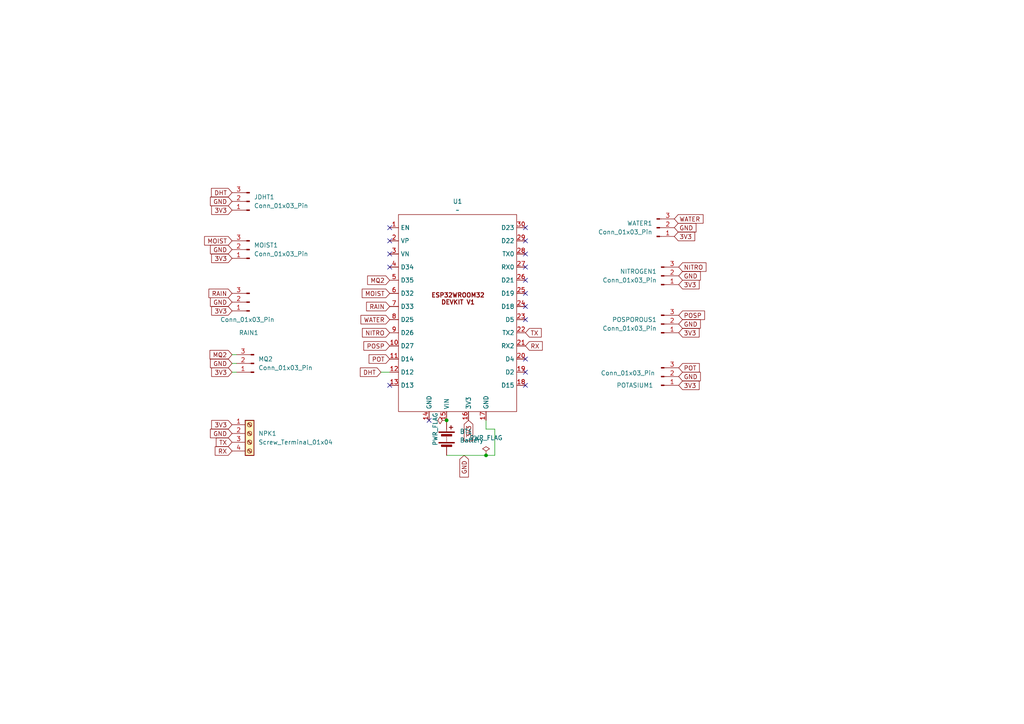
<source format=kicad_sch>
(kicad_sch
	(version 20231120)
	(generator "eeschema")
	(generator_version "8.0")
	(uuid "25960551-80cd-4e56-af4d-5e95d4600d79")
	(paper "A4")
	(lib_symbols
		(symbol "Connector:Conn_01x03_Pin"
			(pin_names
				(offset 1.016) hide)
			(exclude_from_sim no)
			(in_bom yes)
			(on_board yes)
			(property "Reference" "J"
				(at 0 5.08 0)
				(effects
					(font
						(size 1.27 1.27)
					)
				)
			)
			(property "Value" "Conn_01x03_Pin"
				(at 0 -5.08 0)
				(effects
					(font
						(size 1.27 1.27)
					)
				)
			)
			(property "Footprint" ""
				(at 0 0 0)
				(effects
					(font
						(size 1.27 1.27)
					)
					(hide yes)
				)
			)
			(property "Datasheet" "~"
				(at 0 0 0)
				(effects
					(font
						(size 1.27 1.27)
					)
					(hide yes)
				)
			)
			(property "Description" "Generic connector, single row, 01x03, script generated"
				(at 0 0 0)
				(effects
					(font
						(size 1.27 1.27)
					)
					(hide yes)
				)
			)
			(property "ki_locked" ""
				(at 0 0 0)
				(effects
					(font
						(size 1.27 1.27)
					)
				)
			)
			(property "ki_keywords" "connector"
				(at 0 0 0)
				(effects
					(font
						(size 1.27 1.27)
					)
					(hide yes)
				)
			)
			(property "ki_fp_filters" "Connector*:*_1x??_*"
				(at 0 0 0)
				(effects
					(font
						(size 1.27 1.27)
					)
					(hide yes)
				)
			)
			(symbol "Conn_01x03_Pin_1_1"
				(polyline
					(pts
						(xy 1.27 -2.54) (xy 0.8636 -2.54)
					)
					(stroke
						(width 0.1524)
						(type default)
					)
					(fill
						(type none)
					)
				)
				(polyline
					(pts
						(xy 1.27 0) (xy 0.8636 0)
					)
					(stroke
						(width 0.1524)
						(type default)
					)
					(fill
						(type none)
					)
				)
				(polyline
					(pts
						(xy 1.27 2.54) (xy 0.8636 2.54)
					)
					(stroke
						(width 0.1524)
						(type default)
					)
					(fill
						(type none)
					)
				)
				(rectangle
					(start 0.8636 -2.413)
					(end 0 -2.667)
					(stroke
						(width 0.1524)
						(type default)
					)
					(fill
						(type outline)
					)
				)
				(rectangle
					(start 0.8636 0.127)
					(end 0 -0.127)
					(stroke
						(width 0.1524)
						(type default)
					)
					(fill
						(type outline)
					)
				)
				(rectangle
					(start 0.8636 2.667)
					(end 0 2.413)
					(stroke
						(width 0.1524)
						(type default)
					)
					(fill
						(type outline)
					)
				)
				(pin passive line
					(at 5.08 2.54 180)
					(length 3.81)
					(name "Pin_1"
						(effects
							(font
								(size 1.27 1.27)
							)
						)
					)
					(number "1"
						(effects
							(font
								(size 1.27 1.27)
							)
						)
					)
				)
				(pin passive line
					(at 5.08 0 180)
					(length 3.81)
					(name "Pin_2"
						(effects
							(font
								(size 1.27 1.27)
							)
						)
					)
					(number "2"
						(effects
							(font
								(size 1.27 1.27)
							)
						)
					)
				)
				(pin passive line
					(at 5.08 -2.54 180)
					(length 3.81)
					(name "Pin_3"
						(effects
							(font
								(size 1.27 1.27)
							)
						)
					)
					(number "3"
						(effects
							(font
								(size 1.27 1.27)
							)
						)
					)
				)
			)
		)
		(symbol "Connector:Screw_Terminal_01x04"
			(pin_names
				(offset 1.016) hide)
			(exclude_from_sim no)
			(in_bom yes)
			(on_board yes)
			(property "Reference" "J"
				(at 0 5.08 0)
				(effects
					(font
						(size 1.27 1.27)
					)
				)
			)
			(property "Value" "Screw_Terminal_01x04"
				(at 0 -7.62 0)
				(effects
					(font
						(size 1.27 1.27)
					)
				)
			)
			(property "Footprint" ""
				(at 0 0 0)
				(effects
					(font
						(size 1.27 1.27)
					)
					(hide yes)
				)
			)
			(property "Datasheet" "~"
				(at 0 0 0)
				(effects
					(font
						(size 1.27 1.27)
					)
					(hide yes)
				)
			)
			(property "Description" "Generic screw terminal, single row, 01x04, script generated (kicad-library-utils/schlib/autogen/connector/)"
				(at 0 0 0)
				(effects
					(font
						(size 1.27 1.27)
					)
					(hide yes)
				)
			)
			(property "ki_keywords" "screw terminal"
				(at 0 0 0)
				(effects
					(font
						(size 1.27 1.27)
					)
					(hide yes)
				)
			)
			(property "ki_fp_filters" "TerminalBlock*:*"
				(at 0 0 0)
				(effects
					(font
						(size 1.27 1.27)
					)
					(hide yes)
				)
			)
			(symbol "Screw_Terminal_01x04_1_1"
				(rectangle
					(start -1.27 3.81)
					(end 1.27 -6.35)
					(stroke
						(width 0.254)
						(type default)
					)
					(fill
						(type background)
					)
				)
				(circle
					(center 0 -5.08)
					(radius 0.635)
					(stroke
						(width 0.1524)
						(type default)
					)
					(fill
						(type none)
					)
				)
				(circle
					(center 0 -2.54)
					(radius 0.635)
					(stroke
						(width 0.1524)
						(type default)
					)
					(fill
						(type none)
					)
				)
				(polyline
					(pts
						(xy -0.5334 -4.7498) (xy 0.3302 -5.588)
					)
					(stroke
						(width 0.1524)
						(type default)
					)
					(fill
						(type none)
					)
				)
				(polyline
					(pts
						(xy -0.5334 -2.2098) (xy 0.3302 -3.048)
					)
					(stroke
						(width 0.1524)
						(type default)
					)
					(fill
						(type none)
					)
				)
				(polyline
					(pts
						(xy -0.5334 0.3302) (xy 0.3302 -0.508)
					)
					(stroke
						(width 0.1524)
						(type default)
					)
					(fill
						(type none)
					)
				)
				(polyline
					(pts
						(xy -0.5334 2.8702) (xy 0.3302 2.032)
					)
					(stroke
						(width 0.1524)
						(type default)
					)
					(fill
						(type none)
					)
				)
				(polyline
					(pts
						(xy -0.3556 -4.572) (xy 0.508 -5.4102)
					)
					(stroke
						(width 0.1524)
						(type default)
					)
					(fill
						(type none)
					)
				)
				(polyline
					(pts
						(xy -0.3556 -2.032) (xy 0.508 -2.8702)
					)
					(stroke
						(width 0.1524)
						(type default)
					)
					(fill
						(type none)
					)
				)
				(polyline
					(pts
						(xy -0.3556 0.508) (xy 0.508 -0.3302)
					)
					(stroke
						(width 0.1524)
						(type default)
					)
					(fill
						(type none)
					)
				)
				(polyline
					(pts
						(xy -0.3556 3.048) (xy 0.508 2.2098)
					)
					(stroke
						(width 0.1524)
						(type default)
					)
					(fill
						(type none)
					)
				)
				(circle
					(center 0 0)
					(radius 0.635)
					(stroke
						(width 0.1524)
						(type default)
					)
					(fill
						(type none)
					)
				)
				(circle
					(center 0 2.54)
					(radius 0.635)
					(stroke
						(width 0.1524)
						(type default)
					)
					(fill
						(type none)
					)
				)
				(pin passive line
					(at -5.08 2.54 0)
					(length 3.81)
					(name "Pin_1"
						(effects
							(font
								(size 1.27 1.27)
							)
						)
					)
					(number "1"
						(effects
							(font
								(size 1.27 1.27)
							)
						)
					)
				)
				(pin passive line
					(at -5.08 0 0)
					(length 3.81)
					(name "Pin_2"
						(effects
							(font
								(size 1.27 1.27)
							)
						)
					)
					(number "2"
						(effects
							(font
								(size 1.27 1.27)
							)
						)
					)
				)
				(pin passive line
					(at -5.08 -2.54 0)
					(length 3.81)
					(name "Pin_3"
						(effects
							(font
								(size 1.27 1.27)
							)
						)
					)
					(number "3"
						(effects
							(font
								(size 1.27 1.27)
							)
						)
					)
				)
				(pin passive line
					(at -5.08 -5.08 0)
					(length 3.81)
					(name "Pin_4"
						(effects
							(font
								(size 1.27 1.27)
							)
						)
					)
					(number "4"
						(effects
							(font
								(size 1.27 1.27)
							)
						)
					)
				)
			)
		)
		(symbol "Device:Battery"
			(pin_numbers hide)
			(pin_names
				(offset 0) hide)
			(exclude_from_sim no)
			(in_bom yes)
			(on_board yes)
			(property "Reference" "BT"
				(at 2.54 2.54 0)
				(effects
					(font
						(size 1.27 1.27)
					)
					(justify left)
				)
			)
			(property "Value" "Battery"
				(at 2.54 0 0)
				(effects
					(font
						(size 1.27 1.27)
					)
					(justify left)
				)
			)
			(property "Footprint" ""
				(at 0 1.524 90)
				(effects
					(font
						(size 1.27 1.27)
					)
					(hide yes)
				)
			)
			(property "Datasheet" "~"
				(at 0 1.524 90)
				(effects
					(font
						(size 1.27 1.27)
					)
					(hide yes)
				)
			)
			(property "Description" "Multiple-cell battery"
				(at 0 0 0)
				(effects
					(font
						(size 1.27 1.27)
					)
					(hide yes)
				)
			)
			(property "ki_keywords" "batt voltage-source cell"
				(at 0 0 0)
				(effects
					(font
						(size 1.27 1.27)
					)
					(hide yes)
				)
			)
			(symbol "Battery_0_1"
				(rectangle
					(start -2.286 -1.27)
					(end 2.286 -1.524)
					(stroke
						(width 0)
						(type default)
					)
					(fill
						(type outline)
					)
				)
				(rectangle
					(start -2.286 1.778)
					(end 2.286 1.524)
					(stroke
						(width 0)
						(type default)
					)
					(fill
						(type outline)
					)
				)
				(rectangle
					(start -1.524 -2.032)
					(end 1.524 -2.54)
					(stroke
						(width 0)
						(type default)
					)
					(fill
						(type outline)
					)
				)
				(rectangle
					(start -1.524 1.016)
					(end 1.524 0.508)
					(stroke
						(width 0)
						(type default)
					)
					(fill
						(type outline)
					)
				)
				(polyline
					(pts
						(xy 0 -1.016) (xy 0 -0.762)
					)
					(stroke
						(width 0)
						(type default)
					)
					(fill
						(type none)
					)
				)
				(polyline
					(pts
						(xy 0 -0.508) (xy 0 -0.254)
					)
					(stroke
						(width 0)
						(type default)
					)
					(fill
						(type none)
					)
				)
				(polyline
					(pts
						(xy 0 0) (xy 0 0.254)
					)
					(stroke
						(width 0)
						(type default)
					)
					(fill
						(type none)
					)
				)
				(polyline
					(pts
						(xy 0 1.778) (xy 0 2.54)
					)
					(stroke
						(width 0)
						(type default)
					)
					(fill
						(type none)
					)
				)
				(polyline
					(pts
						(xy 0.762 3.048) (xy 1.778 3.048)
					)
					(stroke
						(width 0.254)
						(type default)
					)
					(fill
						(type none)
					)
				)
				(polyline
					(pts
						(xy 1.27 3.556) (xy 1.27 2.54)
					)
					(stroke
						(width 0.254)
						(type default)
					)
					(fill
						(type none)
					)
				)
			)
			(symbol "Battery_1_1"
				(pin passive line
					(at 0 5.08 270)
					(length 2.54)
					(name "+"
						(effects
							(font
								(size 1.27 1.27)
							)
						)
					)
					(number "1"
						(effects
							(font
								(size 1.27 1.27)
							)
						)
					)
				)
				(pin passive line
					(at 0 -5.08 90)
					(length 2.54)
					(name "-"
						(effects
							(font
								(size 1.27 1.27)
							)
						)
					)
					(number "2"
						(effects
							(font
								(size 1.27 1.27)
							)
						)
					)
				)
			)
		)
		(symbol "ESP32_DEVKITV1:ESP32_DEVKITV1"
			(pin_names
				(offset 0.635)
			)
			(exclude_from_sim no)
			(in_bom yes)
			(on_board yes)
			(property "Reference" "U"
				(at 1.524 29.972 0)
				(effects
					(font
						(size 1.27 1.27)
					)
				)
			)
			(property "Value" ""
				(at 1.27 10.16 0)
				(effects
					(font
						(size 1.27 1.27)
					)
				)
			)
			(property "Footprint" "ESP32-footprints-Lib:ESP32DEVKITV1"
				(at 1.27 10.16 0)
				(effects
					(font
						(size 1.27 1.27)
					)
					(hide yes)
				)
			)
			(property "Datasheet" ""
				(at 1.27 10.16 0)
				(effects
					(font
						(size 1.27 1.27)
					)
					(hide yes)
				)
			)
			(property "Description" ""
				(at 1.27 10.16 0)
				(effects
					(font
						(size 1.27 1.27)
					)
					(hide yes)
				)
			)
			(property "ki_keywords" "ESP32"
				(at 0 0 0)
				(effects
					(font
						(size 1.27 1.27)
					)
					(hide yes)
				)
			)
			(symbol "ESP32_DEVKITV1_0_1"
				(rectangle
					(start -15.24 33.02)
					(end 19.05 -24.13)
					(stroke
						(width 0)
						(type default)
					)
					(fill
						(type none)
					)
				)
			)
			(symbol "ESP32_DEVKITV1_1_1"
				(text "ESP32WROOM32\nDEVKIT V1"
					(at 2.032 8.636 0)
					(effects
						(font
							(size 1.27 1.27)
							(bold yes)
						)
					)
				)
				(pin input line
					(at -17.78 29.21 0)
					(length 2.54)
					(name "EN"
						(effects
							(font
								(size 1.27 1.27)
							)
						)
					)
					(number "1"
						(effects
							(font
								(size 1.27 1.27)
							)
						)
					)
				)
				(pin bidirectional line
					(at -17.78 -5.08 0)
					(length 2.54)
					(name "D27"
						(effects
							(font
								(size 1.27 1.27)
							)
						)
					)
					(number "10"
						(effects
							(font
								(size 1.27 1.27)
							)
						)
					)
				)
				(pin bidirectional line
					(at -17.78 -8.89 0)
					(length 2.54)
					(name "D14"
						(effects
							(font
								(size 1.27 1.27)
							)
						)
					)
					(number "11"
						(effects
							(font
								(size 1.27 1.27)
							)
						)
					)
				)
				(pin bidirectional line
					(at -17.78 -12.7 0)
					(length 2.54)
					(name "D12"
						(effects
							(font
								(size 1.27 1.27)
							)
						)
					)
					(number "12"
						(effects
							(font
								(size 1.27 1.27)
							)
						)
					)
				)
				(pin bidirectional line
					(at -17.78 -16.51 0)
					(length 2.54)
					(name "D13"
						(effects
							(font
								(size 1.27 1.27)
							)
						)
					)
					(number "13"
						(effects
							(font
								(size 1.27 1.27)
							)
						)
					)
				)
				(pin power_in line
					(at -6.35 -26.67 90)
					(length 2.54)
					(name "GND"
						(effects
							(font
								(size 1.27 1.27)
							)
						)
					)
					(number "14"
						(effects
							(font
								(size 1.27 1.27)
							)
						)
					)
				)
				(pin power_in line
					(at -1.27 -26.67 90)
					(length 2.54)
					(name "VIN"
						(effects
							(font
								(size 1.27 1.27)
							)
						)
					)
					(number "15"
						(effects
							(font
								(size 1.27 1.27)
							)
						)
					)
				)
				(pin power_out line
					(at 5.08 -26.67 90)
					(length 2.54)
					(name "3V3"
						(effects
							(font
								(size 1.27 1.27)
							)
						)
					)
					(number "16"
						(effects
							(font
								(size 1.27 1.27)
							)
						)
					)
				)
				(pin power_in line
					(at 10.16 -26.67 90)
					(length 2.54)
					(name "GND"
						(effects
							(font
								(size 1.27 1.27)
							)
						)
					)
					(number "17"
						(effects
							(font
								(size 1.27 1.27)
							)
						)
					)
				)
				(pin bidirectional line
					(at 21.59 -16.51 180)
					(length 2.54)
					(name "D15"
						(effects
							(font
								(size 1.27 1.27)
							)
						)
					)
					(number "18"
						(effects
							(font
								(size 1.27 1.27)
							)
						)
					)
				)
				(pin bidirectional line
					(at 21.59 -12.7 180)
					(length 2.54)
					(name "D2"
						(effects
							(font
								(size 1.27 1.27)
							)
						)
					)
					(number "19"
						(effects
							(font
								(size 1.27 1.27)
							)
						)
					)
				)
				(pin input line
					(at -17.78 25.4 0)
					(length 2.54)
					(name "VP"
						(effects
							(font
								(size 1.27 1.27)
							)
						)
					)
					(number "2"
						(effects
							(font
								(size 1.27 1.27)
							)
						)
					)
				)
				(pin bidirectional line
					(at 21.59 -8.89 180)
					(length 2.54)
					(name "D4"
						(effects
							(font
								(size 1.27 1.27)
							)
						)
					)
					(number "20"
						(effects
							(font
								(size 1.27 1.27)
							)
						)
					)
				)
				(pin input line
					(at 21.59 -5.08 180)
					(length 2.54)
					(name "RX2"
						(effects
							(font
								(size 1.27 1.27)
							)
						)
					)
					(number "21"
						(effects
							(font
								(size 1.27 1.27)
							)
						)
					)
				)
				(pin output line
					(at 21.59 -1.27 180)
					(length 2.54)
					(name "TX2"
						(effects
							(font
								(size 1.27 1.27)
							)
						)
					)
					(number "22"
						(effects
							(font
								(size 1.27 1.27)
							)
						)
					)
				)
				(pin bidirectional line
					(at 21.59 2.54 180)
					(length 2.54)
					(name "D5"
						(effects
							(font
								(size 1.27 1.27)
							)
						)
					)
					(number "23"
						(effects
							(font
								(size 1.27 1.27)
							)
						)
					)
				)
				(pin bidirectional line
					(at 21.59 6.35 180)
					(length 2.54)
					(name "D18"
						(effects
							(font
								(size 1.27 1.27)
							)
						)
					)
					(number "24"
						(effects
							(font
								(size 1.27 1.27)
							)
						)
					)
				)
				(pin bidirectional line
					(at 21.59 10.16 180)
					(length 2.54)
					(name "D19"
						(effects
							(font
								(size 1.27 1.27)
							)
						)
					)
					(number "25"
						(effects
							(font
								(size 1.27 1.27)
							)
						)
					)
				)
				(pin bidirectional line
					(at 21.59 13.97 180)
					(length 2.54)
					(name "D21"
						(effects
							(font
								(size 1.27 1.27)
							)
						)
					)
					(number "26"
						(effects
							(font
								(size 1.27 1.27)
							)
						)
					)
				)
				(pin input line
					(at 21.59 17.78 180)
					(length 2.54)
					(name "RX0"
						(effects
							(font
								(size 1.27 1.27)
							)
						)
					)
					(number "27"
						(effects
							(font
								(size 1.27 1.27)
							)
						)
					)
				)
				(pin output line
					(at 21.59 21.59 180)
					(length 2.54)
					(name "TX0"
						(effects
							(font
								(size 1.27 1.27)
							)
						)
					)
					(number "28"
						(effects
							(font
								(size 1.27 1.27)
							)
						)
					)
				)
				(pin bidirectional line
					(at 21.59 25.4 180)
					(length 2.54)
					(name "D22"
						(effects
							(font
								(size 1.27 1.27)
							)
						)
					)
					(number "29"
						(effects
							(font
								(size 1.27 1.27)
							)
						)
					)
				)
				(pin input line
					(at -17.78 21.59 0)
					(length 2.54)
					(name "VN"
						(effects
							(font
								(size 1.27 1.27)
							)
						)
					)
					(number "3"
						(effects
							(font
								(size 1.27 1.27)
							)
						)
					)
				)
				(pin bidirectional line
					(at 21.59 29.21 180)
					(length 2.54)
					(name "D23"
						(effects
							(font
								(size 1.27 1.27)
							)
						)
					)
					(number "30"
						(effects
							(font
								(size 1.27 1.27)
							)
						)
					)
				)
				(pin input line
					(at -17.78 17.78 0)
					(length 2.54)
					(name "D34"
						(effects
							(font
								(size 1.27 1.27)
							)
						)
					)
					(number "4"
						(effects
							(font
								(size 1.27 1.27)
							)
						)
					)
				)
				(pin input line
					(at -17.78 13.97 0)
					(length 2.54)
					(name "D35"
						(effects
							(font
								(size 1.27 1.27)
							)
						)
					)
					(number "5"
						(effects
							(font
								(size 1.27 1.27)
							)
						)
					)
				)
				(pin bidirectional line
					(at -17.78 10.16 0)
					(length 2.54)
					(name "D32"
						(effects
							(font
								(size 1.27 1.27)
							)
						)
					)
					(number "6"
						(effects
							(font
								(size 1.27 1.27)
							)
						)
					)
				)
				(pin bidirectional line
					(at -17.78 6.35 0)
					(length 2.54)
					(name "D33"
						(effects
							(font
								(size 1.27 1.27)
							)
						)
					)
					(number "7"
						(effects
							(font
								(size 1.27 1.27)
							)
						)
					)
				)
				(pin bidirectional line
					(at -17.78 2.54 0)
					(length 2.54)
					(name "D25"
						(effects
							(font
								(size 1.27 1.27)
							)
						)
					)
					(number "8"
						(effects
							(font
								(size 1.27 1.27)
							)
						)
					)
				)
				(pin bidirectional line
					(at -17.78 -1.27 0)
					(length 2.54)
					(name "D26"
						(effects
							(font
								(size 1.27 1.27)
							)
						)
					)
					(number "9"
						(effects
							(font
								(size 1.27 1.27)
							)
						)
					)
				)
			)
		)
		(symbol "power:PWR_FLAG"
			(power)
			(pin_numbers hide)
			(pin_names
				(offset 0) hide)
			(exclude_from_sim no)
			(in_bom yes)
			(on_board yes)
			(property "Reference" "#FLG"
				(at 0 1.905 0)
				(effects
					(font
						(size 1.27 1.27)
					)
					(hide yes)
				)
			)
			(property "Value" "PWR_FLAG"
				(at 0 3.81 0)
				(effects
					(font
						(size 1.27 1.27)
					)
				)
			)
			(property "Footprint" ""
				(at 0 0 0)
				(effects
					(font
						(size 1.27 1.27)
					)
					(hide yes)
				)
			)
			(property "Datasheet" "~"
				(at 0 0 0)
				(effects
					(font
						(size 1.27 1.27)
					)
					(hide yes)
				)
			)
			(property "Description" "Special symbol for telling ERC where power comes from"
				(at 0 0 0)
				(effects
					(font
						(size 1.27 1.27)
					)
					(hide yes)
				)
			)
			(property "ki_keywords" "flag power"
				(at 0 0 0)
				(effects
					(font
						(size 1.27 1.27)
					)
					(hide yes)
				)
			)
			(symbol "PWR_FLAG_0_0"
				(pin power_out line
					(at 0 0 90)
					(length 0)
					(name "~"
						(effects
							(font
								(size 1.27 1.27)
							)
						)
					)
					(number "1"
						(effects
							(font
								(size 1.27 1.27)
							)
						)
					)
				)
			)
			(symbol "PWR_FLAG_0_1"
				(polyline
					(pts
						(xy 0 0) (xy 0 1.27) (xy -1.016 1.905) (xy 0 2.54) (xy 1.016 1.905) (xy 0 1.27)
					)
					(stroke
						(width 0)
						(type default)
					)
					(fill
						(type none)
					)
				)
			)
		)
	)
	(junction
		(at 129.54 121.92)
		(diameter 0)
		(color 0 0 0 0)
		(uuid "1f738e26-1e44-4b0c-a961-ed5f669c785d")
	)
	(junction
		(at 140.97 132.08)
		(diameter 0)
		(color 0 0 0 0)
		(uuid "b4b1a19d-29ce-4102-8419-052be0debced")
	)
	(no_connect
		(at 113.03 69.85)
		(uuid "07064138-c0af-4ddc-92e2-a11734f59b27")
	)
	(no_connect
		(at 152.4 88.9)
		(uuid "31511c31-a656-4c01-8533-832314c92a98")
	)
	(no_connect
		(at 152.4 104.14)
		(uuid "36b58969-dc0a-4e9b-9a3c-f9233022371a")
	)
	(no_connect
		(at 113.03 77.47)
		(uuid "4b817a7e-4d33-48c1-8221-0af5ad35a78d")
	)
	(no_connect
		(at 152.4 85.09)
		(uuid "53f0cb51-11ee-4211-8dde-79372f7bc9d3")
	)
	(no_connect
		(at 152.4 81.28)
		(uuid "667d2136-4f61-4c17-8267-40378484fc9f")
	)
	(no_connect
		(at 152.4 111.76)
		(uuid "6aad3651-b25d-4ccd-bf10-d3a42feb6721")
	)
	(no_connect
		(at 113.03 73.66)
		(uuid "7e9f9a82-5788-46f5-b20e-f0d2d0f7e6fa")
	)
	(no_connect
		(at 152.4 92.71)
		(uuid "aeed06cd-d872-43fc-b674-32c4b20f6d2a")
	)
	(no_connect
		(at 113.03 111.76)
		(uuid "b9ff2bef-2d5f-4cc5-87cf-d9a3f105c3e7")
	)
	(no_connect
		(at 152.4 77.47)
		(uuid "c0b0bdc7-4e7a-437e-ad4c-2d9f8f01facf")
	)
	(no_connect
		(at 152.4 69.85)
		(uuid "cecb12ef-d472-4a46-9919-ecabf220ddf2")
	)
	(no_connect
		(at 124.46 121.92)
		(uuid "cf932c93-74cf-4541-95ab-9abea7a22890")
	)
	(no_connect
		(at 152.4 73.66)
		(uuid "e747ae91-0e24-4fec-92df-42b2c5de2eae")
	)
	(no_connect
		(at 152.4 66.04)
		(uuid "ec8b9129-2d3d-40c4-bea6-6ffa496752a6")
	)
	(no_connect
		(at 152.4 107.95)
		(uuid "f6ec74a3-d88f-4041-8c73-b34e8fb46fb0")
	)
	(no_connect
		(at 113.03 66.04)
		(uuid "ff1754e1-c9e7-49b9-b113-d8fbcf2077db")
	)
	(wire
		(pts
			(xy 67.31 105.41) (xy 68.58 105.41)
		)
		(stroke
			(width 0)
			(type default)
		)
		(uuid "17a26ea1-4459-4561-abbd-551fecab551a")
	)
	(wire
		(pts
			(xy 143.51 132.08) (xy 143.51 124.46)
		)
		(stroke
			(width 0)
			(type default)
		)
		(uuid "18ac02cb-62ee-4c30-a66b-e581a6767aa1")
	)
	(wire
		(pts
			(xy 129.54 132.08) (xy 140.97 132.08)
		)
		(stroke
			(width 0)
			(type default)
		)
		(uuid "57fb8403-7cfb-4d32-b227-ffbd98d8cd86")
	)
	(wire
		(pts
			(xy 140.97 124.46) (xy 140.97 121.92)
		)
		(stroke
			(width 0)
			(type default)
		)
		(uuid "61f7e97d-c12c-4cec-9e63-c810075f4b2e")
	)
	(wire
		(pts
			(xy 140.97 132.08) (xy 143.51 132.08)
		)
		(stroke
			(width 0)
			(type default)
		)
		(uuid "71241fc7-76dd-4d92-a9e5-75304c1c7a3f")
	)
	(wire
		(pts
			(xy 68.58 102.87) (xy 67.31 102.87)
		)
		(stroke
			(width 0)
			(type default)
		)
		(uuid "744d99d7-5453-4832-bbbd-3cc94d97e496")
	)
	(wire
		(pts
			(xy 140.97 124.46) (xy 143.51 124.46)
		)
		(stroke
			(width 0)
			(type default)
		)
		(uuid "88da4e18-a97d-4f16-89b9-bb622d14b3ed")
	)
	(wire
		(pts
			(xy 110.49 107.95) (xy 113.03 107.95)
		)
		(stroke
			(width 0)
			(type default)
		)
		(uuid "8955c33f-2911-4c9d-83cc-d2c6bfea0b7c")
	)
	(wire
		(pts
			(xy 67.31 107.95) (xy 68.58 107.95)
		)
		(stroke
			(width 0)
			(type default)
		)
		(uuid "f2273799-5df8-4326-b98b-589f2e2425e5")
	)
	(global_label "GND"
		(shape input)
		(at 67.31 72.39 180)
		(fields_autoplaced yes)
		(effects
			(font
				(size 1.27 1.27)
			)
			(justify right)
		)
		(uuid "0017c45a-cff0-4d0b-a125-2d787459df70")
		(property "Intersheetrefs" "${INTERSHEET_REFS}"
			(at 60.4543 72.39 0)
			(effects
				(font
					(size 1.27 1.27)
				)
				(justify right)
				(hide yes)
			)
		)
	)
	(global_label "GND"
		(shape input)
		(at 196.85 80.01 0)
		(fields_autoplaced yes)
		(effects
			(font
				(size 1.27 1.27)
			)
			(justify left)
		)
		(uuid "01305cae-1df6-4401-bc24-81380aa368ba")
		(property "Intersheetrefs" "${INTERSHEET_REFS}"
			(at 203.7057 80.01 0)
			(effects
				(font
					(size 1.27 1.27)
				)
				(justify left)
				(hide yes)
			)
		)
	)
	(global_label "NITRO"
		(shape input)
		(at 196.85 77.47 0)
		(fields_autoplaced yes)
		(effects
			(font
				(size 1.27 1.27)
			)
			(justify left)
		)
		(uuid "0c81919e-9975-48d9-88e2-894aab3b97eb")
		(property "Intersheetrefs" "${INTERSHEET_REFS}"
			(at 205.3386 77.47 0)
			(effects
				(font
					(size 1.27 1.27)
				)
				(justify left)
				(hide yes)
			)
		)
	)
	(global_label "3V3"
		(shape input)
		(at 67.31 74.93 180)
		(fields_autoplaced yes)
		(effects
			(font
				(size 1.27 1.27)
			)
			(justify right)
		)
		(uuid "12f848b7-ae3b-4e7a-a383-672d3519e005")
		(property "Intersheetrefs" "${INTERSHEET_REFS}"
			(at 60.8172 74.93 0)
			(effects
				(font
					(size 1.27 1.27)
				)
				(justify right)
				(hide yes)
			)
		)
	)
	(global_label "WATER"
		(shape input)
		(at 113.03 92.71 180)
		(fields_autoplaced yes)
		(effects
			(font
				(size 1.27 1.27)
			)
			(justify right)
		)
		(uuid "1438e155-3a39-494d-a1f1-790f9070dab3")
		(property "Intersheetrefs" "${INTERSHEET_REFS}"
			(at 104.1182 92.71 0)
			(effects
				(font
					(size 1.27 1.27)
				)
				(justify right)
				(hide yes)
			)
		)
	)
	(global_label "POT"
		(shape input)
		(at 113.03 104.14 180)
		(fields_autoplaced yes)
		(effects
			(font
				(size 1.27 1.27)
			)
			(justify right)
		)
		(uuid "1b82c867-61ee-4de5-b5ee-5908dc441398")
		(property "Intersheetrefs" "${INTERSHEET_REFS}"
			(at 106.4767 104.14 0)
			(effects
				(font
					(size 1.27 1.27)
				)
				(justify right)
				(hide yes)
			)
		)
	)
	(global_label "GND"
		(shape input)
		(at 67.31 58.42 180)
		(fields_autoplaced yes)
		(effects
			(font
				(size 1.27 1.27)
			)
			(justify right)
		)
		(uuid "2b9e60e7-5c3e-4dfc-9352-baf31b2229db")
		(property "Intersheetrefs" "${INTERSHEET_REFS}"
			(at 60.4543 58.42 0)
			(effects
				(font
					(size 1.27 1.27)
				)
				(justify right)
				(hide yes)
			)
		)
	)
	(global_label "DHT"
		(shape input)
		(at 110.49 107.95 180)
		(fields_autoplaced yes)
		(effects
			(font
				(size 1.27 1.27)
			)
			(justify right)
		)
		(uuid "39f356fa-4fa0-4d84-b6e8-6246554c4275")
		(property "Intersheetrefs" "${INTERSHEET_REFS}"
			(at 103.9367 107.95 0)
			(effects
				(font
					(size 1.27 1.27)
				)
				(justify right)
				(hide yes)
			)
		)
	)
	(global_label "RAIN"
		(shape input)
		(at 113.03 88.9 180)
		(fields_autoplaced yes)
		(effects
			(font
				(size 1.27 1.27)
			)
			(justify right)
		)
		(uuid "3fa502ad-3600-4ba6-915a-4af4f2c4c107")
		(property "Intersheetrefs" "${INTERSHEET_REFS}"
			(at 105.7509 88.9 0)
			(effects
				(font
					(size 1.27 1.27)
				)
				(justify right)
				(hide yes)
			)
		)
	)
	(global_label "3V3"
		(shape input)
		(at 67.31 60.96 180)
		(fields_autoplaced yes)
		(effects
			(font
				(size 1.27 1.27)
			)
			(justify right)
		)
		(uuid "4233b760-1812-4bea-b71b-f2a92af432ff")
		(property "Intersheetrefs" "${INTERSHEET_REFS}"
			(at 60.8172 60.96 0)
			(effects
				(font
					(size 1.27 1.27)
				)
				(justify right)
				(hide yes)
			)
		)
	)
	(global_label "GND"
		(shape input)
		(at 196.85 93.98 0)
		(fields_autoplaced yes)
		(effects
			(font
				(size 1.27 1.27)
			)
			(justify left)
		)
		(uuid "51d4564b-cca0-4f6e-8042-20dd558a30c0")
		(property "Intersheetrefs" "${INTERSHEET_REFS}"
			(at 203.7057 93.98 0)
			(effects
				(font
					(size 1.27 1.27)
				)
				(justify left)
				(hide yes)
			)
		)
	)
	(global_label "WATER"
		(shape input)
		(at 195.58 63.5 0)
		(fields_autoplaced yes)
		(effects
			(font
				(size 1.27 1.27)
			)
			(justify left)
		)
		(uuid "54b03de8-0c8a-4bee-befc-5ba4b81f1c3a")
		(property "Intersheetrefs" "${INTERSHEET_REFS}"
			(at 204.4918 63.5 0)
			(effects
				(font
					(size 1.27 1.27)
				)
				(justify left)
				(hide yes)
			)
		)
	)
	(global_label "GND"
		(shape input)
		(at 67.31 87.63 180)
		(fields_autoplaced yes)
		(effects
			(font
				(size 1.27 1.27)
			)
			(justify right)
		)
		(uuid "5551ef78-f59a-406c-a3fa-b751b88ffdbb")
		(property "Intersheetrefs" "${INTERSHEET_REFS}"
			(at 60.4543 87.63 0)
			(effects
				(font
					(size 1.27 1.27)
				)
				(justify right)
				(hide yes)
			)
		)
	)
	(global_label "GND"
		(shape input)
		(at 67.31 105.41 180)
		(fields_autoplaced yes)
		(effects
			(font
				(size 1.27 1.27)
			)
			(justify right)
		)
		(uuid "693d3dd4-37cf-466f-83fb-80b36c091dda")
		(property "Intersheetrefs" "${INTERSHEET_REFS}"
			(at 60.4543 105.41 0)
			(effects
				(font
					(size 1.27 1.27)
				)
				(justify right)
				(hide yes)
			)
		)
	)
	(global_label "MOIST"
		(shape input)
		(at 67.31 69.85 180)
		(fields_autoplaced yes)
		(effects
			(font
				(size 1.27 1.27)
			)
			(justify right)
		)
		(uuid "7164dead-d71b-46b9-ad07-08a9155b0928")
		(property "Intersheetrefs" "${INTERSHEET_REFS}"
			(at 58.761 69.85 0)
			(effects
				(font
					(size 1.27 1.27)
				)
				(justify right)
				(hide yes)
			)
		)
	)
	(global_label "POT"
		(shape input)
		(at 196.85 106.68 0)
		(fields_autoplaced yes)
		(effects
			(font
				(size 1.27 1.27)
			)
			(justify left)
		)
		(uuid "71b55915-64de-4565-8335-d5655d73e4a2")
		(property "Intersheetrefs" "${INTERSHEET_REFS}"
			(at 203.4033 106.68 0)
			(effects
				(font
					(size 1.27 1.27)
				)
				(justify left)
				(hide yes)
			)
		)
	)
	(global_label "3V3"
		(shape input)
		(at 67.31 123.19 180)
		(fields_autoplaced yes)
		(effects
			(font
				(size 1.27 1.27)
			)
			(justify right)
		)
		(uuid "71fa1b2d-8faf-4a29-9704-7c2577009818")
		(property "Intersheetrefs" "${INTERSHEET_REFS}"
			(at 60.8172 123.19 0)
			(effects
				(font
					(size 1.27 1.27)
				)
				(justify right)
				(hide yes)
			)
		)
	)
	(global_label "3V3"
		(shape input)
		(at 135.89 121.92 270)
		(fields_autoplaced yes)
		(effects
			(font
				(size 1.27 1.27)
			)
			(justify right)
		)
		(uuid "7441c4f4-0611-4eb1-8d8d-67990a5b81fa")
		(property "Intersheetrefs" "${INTERSHEET_REFS}"
			(at 135.89 128.4128 90)
			(effects
				(font
					(size 1.27 1.27)
				)
				(justify right)
				(hide yes)
			)
		)
	)
	(global_label "3V3"
		(shape input)
		(at 196.85 111.76 0)
		(fields_autoplaced yes)
		(effects
			(font
				(size 1.27 1.27)
			)
			(justify left)
		)
		(uuid "7f87bf21-b2d9-4049-b2dd-26c75e057320")
		(property "Intersheetrefs" "${INTERSHEET_REFS}"
			(at 203.3428 111.76 0)
			(effects
				(font
					(size 1.27 1.27)
				)
				(justify left)
				(hide yes)
			)
		)
	)
	(global_label "TX"
		(shape input)
		(at 67.31 128.27 180)
		(fields_autoplaced yes)
		(effects
			(font
				(size 1.27 1.27)
			)
			(justify right)
		)
		(uuid "935f87dd-a5bd-421a-ba81-09e6f73fd9f8")
		(property "Intersheetrefs" "${INTERSHEET_REFS}"
			(at 62.1477 128.27 0)
			(effects
				(font
					(size 1.27 1.27)
				)
				(justify right)
				(hide yes)
			)
		)
	)
	(global_label "POSP"
		(shape input)
		(at 196.85 91.44 0)
		(fields_autoplaced yes)
		(effects
			(font
				(size 1.27 1.27)
			)
			(justify left)
		)
		(uuid "93b304a1-4654-42c3-9b34-5d8d50da368c")
		(property "Intersheetrefs" "${INTERSHEET_REFS}"
			(at 204.9152 91.44 0)
			(effects
				(font
					(size 1.27 1.27)
				)
				(justify left)
				(hide yes)
			)
		)
	)
	(global_label "RX"
		(shape input)
		(at 152.4 100.33 0)
		(fields_autoplaced yes)
		(effects
			(font
				(size 1.27 1.27)
			)
			(justify left)
		)
		(uuid "95bc72b2-4bb7-4eb2-bca4-aebfc75451dd")
		(property "Intersheetrefs" "${INTERSHEET_REFS}"
			(at 157.8647 100.33 0)
			(effects
				(font
					(size 1.27 1.27)
				)
				(justify left)
				(hide yes)
			)
		)
	)
	(global_label "MQ2"
		(shape input)
		(at 113.03 81.28 180)
		(fields_autoplaced yes)
		(effects
			(font
				(size 1.27 1.27)
			)
			(justify right)
		)
		(uuid "9a329cfc-eb56-404c-bc58-e5ce39bada66")
		(property "Intersheetrefs" "${INTERSHEET_REFS}"
			(at 106.0534 81.28 0)
			(effects
				(font
					(size 1.27 1.27)
				)
				(justify right)
				(hide yes)
			)
		)
	)
	(global_label "POSP"
		(shape input)
		(at 113.03 100.33 180)
		(fields_autoplaced yes)
		(effects
			(font
				(size 1.27 1.27)
			)
			(justify right)
		)
		(uuid "9f4880be-0a76-41c9-a8e7-200da7149dde")
		(property "Intersheetrefs" "${INTERSHEET_REFS}"
			(at 104.9648 100.33 0)
			(effects
				(font
					(size 1.27 1.27)
				)
				(justify right)
				(hide yes)
			)
		)
	)
	(global_label "GND"
		(shape input)
		(at 195.58 66.04 0)
		(fields_autoplaced yes)
		(effects
			(font
				(size 1.27 1.27)
			)
			(justify left)
		)
		(uuid "a508306c-7672-4a31-92d0-dac8594a464a")
		(property "Intersheetrefs" "${INTERSHEET_REFS}"
			(at 202.4357 66.04 0)
			(effects
				(font
					(size 1.27 1.27)
				)
				(justify left)
				(hide yes)
			)
		)
	)
	(global_label "DHT"
		(shape input)
		(at 67.31 55.88 180)
		(fields_autoplaced yes)
		(effects
			(font
				(size 1.27 1.27)
			)
			(justify right)
		)
		(uuid "a739737f-e77a-476f-946a-3365acc0d8ce")
		(property "Intersheetrefs" "${INTERSHEET_REFS}"
			(at 60.7567 55.88 0)
			(effects
				(font
					(size 1.27 1.27)
				)
				(justify right)
				(hide yes)
			)
		)
	)
	(global_label "NITRO"
		(shape input)
		(at 113.03 96.52 180)
		(fields_autoplaced yes)
		(effects
			(font
				(size 1.27 1.27)
			)
			(justify right)
		)
		(uuid "aa8c8e0d-86b9-4384-8890-491487d34f34")
		(property "Intersheetrefs" "${INTERSHEET_REFS}"
			(at 104.5414 96.52 0)
			(effects
				(font
					(size 1.27 1.27)
				)
				(justify right)
				(hide yes)
			)
		)
	)
	(global_label "3V3"
		(shape input)
		(at 67.31 90.17 180)
		(fields_autoplaced yes)
		(effects
			(font
				(size 1.27 1.27)
			)
			(justify right)
		)
		(uuid "ab97bb24-e82c-4798-9cd6-395e6277b627")
		(property "Intersheetrefs" "${INTERSHEET_REFS}"
			(at 60.8172 90.17 0)
			(effects
				(font
					(size 1.27 1.27)
				)
				(justify right)
				(hide yes)
			)
		)
	)
	(global_label "3V3"
		(shape input)
		(at 196.85 96.52 0)
		(fields_autoplaced yes)
		(effects
			(font
				(size 1.27 1.27)
			)
			(justify left)
		)
		(uuid "aef18cc5-d276-4ddc-b486-7bc274b79261")
		(property "Intersheetrefs" "${INTERSHEET_REFS}"
			(at 203.3428 96.52 0)
			(effects
				(font
					(size 1.27 1.27)
				)
				(justify left)
				(hide yes)
			)
		)
	)
	(global_label "3V3"
		(shape input)
		(at 195.58 68.58 0)
		(fields_autoplaced yes)
		(effects
			(font
				(size 1.27 1.27)
			)
			(justify left)
		)
		(uuid "b4648b99-ccca-4583-aa07-4431ecfaee64")
		(property "Intersheetrefs" "${INTERSHEET_REFS}"
			(at 202.0728 68.58 0)
			(effects
				(font
					(size 1.27 1.27)
				)
				(justify left)
				(hide yes)
			)
		)
	)
	(global_label "MOIST"
		(shape input)
		(at 113.03 85.09 180)
		(fields_autoplaced yes)
		(effects
			(font
				(size 1.27 1.27)
			)
			(justify right)
		)
		(uuid "bba32bea-35c1-42fb-970f-230b58d722f7")
		(property "Intersheetrefs" "${INTERSHEET_REFS}"
			(at 104.481 85.09 0)
			(effects
				(font
					(size 1.27 1.27)
				)
				(justify right)
				(hide yes)
			)
		)
	)
	(global_label "MQ2"
		(shape input)
		(at 67.31 102.87 180)
		(fields_autoplaced yes)
		(effects
			(font
				(size 1.27 1.27)
			)
			(justify right)
		)
		(uuid "c3d9ebc7-e2cc-43fb-a665-edb7be6f55b2")
		(property "Intersheetrefs" "${INTERSHEET_REFS}"
			(at 60.3334 102.87 0)
			(effects
				(font
					(size 1.27 1.27)
				)
				(justify right)
				(hide yes)
			)
		)
	)
	(global_label "3V3"
		(shape input)
		(at 67.31 107.95 180)
		(fields_autoplaced yes)
		(effects
			(font
				(size 1.27 1.27)
			)
			(justify right)
		)
		(uuid "d30c8dd8-6ebc-48ed-847c-650236ef37c6")
		(property "Intersheetrefs" "${INTERSHEET_REFS}"
			(at 60.8172 107.95 0)
			(effects
				(font
					(size 1.27 1.27)
				)
				(justify right)
				(hide yes)
			)
		)
	)
	(global_label "GND"
		(shape input)
		(at 196.85 109.22 0)
		(fields_autoplaced yes)
		(effects
			(font
				(size 1.27 1.27)
			)
			(justify left)
		)
		(uuid "d3df8470-d1eb-485f-baa9-8dc26a6d2795")
		(property "Intersheetrefs" "${INTERSHEET_REFS}"
			(at 203.7057 109.22 0)
			(effects
				(font
					(size 1.27 1.27)
				)
				(justify left)
				(hide yes)
			)
		)
	)
	(global_label "3V3"
		(shape input)
		(at 196.85 82.55 0)
		(fields_autoplaced yes)
		(effects
			(font
				(size 1.27 1.27)
			)
			(justify left)
		)
		(uuid "e18e9775-2ad7-4edf-8d4b-c0617a541c99")
		(property "Intersheetrefs" "${INTERSHEET_REFS}"
			(at 203.3428 82.55 0)
			(effects
				(font
					(size 1.27 1.27)
				)
				(justify left)
				(hide yes)
			)
		)
	)
	(global_label "TX"
		(shape input)
		(at 152.4 96.52 0)
		(fields_autoplaced yes)
		(effects
			(font
				(size 1.27 1.27)
			)
			(justify left)
		)
		(uuid "e59542f8-d6b8-4a1a-ab2a-9155c7c94764")
		(property "Intersheetrefs" "${INTERSHEET_REFS}"
			(at 157.5623 96.52 0)
			(effects
				(font
					(size 1.27 1.27)
				)
				(justify left)
				(hide yes)
			)
		)
	)
	(global_label "GND"
		(shape input)
		(at 67.31 125.73 180)
		(fields_autoplaced yes)
		(effects
			(font
				(size 1.27 1.27)
			)
			(justify right)
		)
		(uuid "ea0c74f6-441b-40f3-8335-557a0b66301c")
		(property "Intersheetrefs" "${INTERSHEET_REFS}"
			(at 60.4543 125.73 0)
			(effects
				(font
					(size 1.27 1.27)
				)
				(justify right)
				(hide yes)
			)
		)
	)
	(global_label "RAIN"
		(shape input)
		(at 67.31 85.09 180)
		(fields_autoplaced yes)
		(effects
			(font
				(size 1.27 1.27)
			)
			(justify right)
		)
		(uuid "f10507af-298f-4e15-95b4-8c9b6dfa81eb")
		(property "Intersheetrefs" "${INTERSHEET_REFS}"
			(at 60.0309 85.09 0)
			(effects
				(font
					(size 1.27 1.27)
				)
				(justify right)
				(hide yes)
			)
		)
	)
	(global_label "RX"
		(shape input)
		(at 67.31 130.81 180)
		(fields_autoplaced yes)
		(effects
			(font
				(size 1.27 1.27)
			)
			(justify right)
		)
		(uuid "f2ea982d-28cb-42b5-957d-6733f0fa8ec9")
		(property "Intersheetrefs" "${INTERSHEET_REFS}"
			(at 61.8453 130.81 0)
			(effects
				(font
					(size 1.27 1.27)
				)
				(justify right)
				(hide yes)
			)
		)
	)
	(global_label "GND"
		(shape input)
		(at 134.62 132.08 270)
		(fields_autoplaced yes)
		(effects
			(font
				(size 1.27 1.27)
			)
			(justify right)
		)
		(uuid "fe59ad99-7a8b-496f-910a-b6cd6309d0ee")
		(property "Intersheetrefs" "${INTERSHEET_REFS}"
			(at 134.62 138.9357 90)
			(effects
				(font
					(size 1.27 1.27)
				)
				(justify right)
				(hide yes)
			)
		)
	)
	(symbol
		(lib_id "Connector:Screw_Terminal_01x04")
		(at 72.39 125.73 0)
		(unit 1)
		(exclude_from_sim no)
		(in_bom yes)
		(on_board yes)
		(dnp no)
		(uuid "1bd339a2-f461-4f09-8cd2-96fce8ab6a27")
		(property "Reference" "NPK1"
			(at 74.93 125.7299 0)
			(effects
				(font
					(size 1.27 1.27)
				)
				(justify left)
			)
		)
		(property "Value" "Screw_Terminal_01x04"
			(at 74.93 128.2699 0)
			(effects
				(font
					(size 1.27 1.27)
				)
				(justify left)
			)
		)
		(property "Footprint" "TerminalBlock_4Ucon:TerminalBlock_4Ucon_1x04_P3.50mm_Horizontal"
			(at 72.39 125.73 0)
			(effects
				(font
					(size 1.27 1.27)
				)
				(hide yes)
			)
		)
		(property "Datasheet" "~"
			(at 72.39 125.73 0)
			(effects
				(font
					(size 1.27 1.27)
				)
				(hide yes)
			)
		)
		(property "Description" "Generic screw terminal, single row, 01x04, script generated (kicad-library-utils/schlib/autogen/connector/)"
			(at 72.39 125.73 0)
			(effects
				(font
					(size 1.27 1.27)
				)
				(hide yes)
			)
		)
		(pin "1"
			(uuid "334c205b-b6a8-4236-a1be-d8f674bd34bd")
		)
		(pin "2"
			(uuid "dc07e524-2e8f-4241-90cc-0b3cf2fe2904")
		)
		(pin "4"
			(uuid "599caf0a-da30-45e1-b8af-bb84c6899ec4")
		)
		(pin "3"
			(uuid "e605e6fe-ff27-40f3-bc91-ca1a43e1c205")
		)
		(instances
			(project "IPD_PCB"
				(path "/25960551-80cd-4e56-af4d-5e95d4600d79"
					(reference "NPK1")
					(unit 1)
				)
			)
		)
	)
	(symbol
		(lib_id "ESP32_DEVKITV1:ESP32_DEVKITV1")
		(at 130.81 95.25 0)
		(unit 1)
		(exclude_from_sim no)
		(in_bom yes)
		(on_board yes)
		(dnp no)
		(fields_autoplaced yes)
		(uuid "243ff0fb-eef7-4e96-b4ca-85119d6835e4")
		(property "Reference" "U1"
			(at 132.715 58.42 0)
			(effects
				(font
					(size 1.27 1.27)
				)
			)
		)
		(property "Value" "~"
			(at 132.715 60.96 0)
			(effects
				(font
					(size 1.27 1.27)
				)
			)
		)
		(property "Footprint" "New folder:ESP32DEVIKITV1"
			(at 132.08 85.09 0)
			(effects
				(font
					(size 1.27 1.27)
				)
				(hide yes)
			)
		)
		(property "Datasheet" ""
			(at 132.08 85.09 0)
			(effects
				(font
					(size 1.27 1.27)
				)
				(hide yes)
			)
		)
		(property "Description" ""
			(at 132.08 85.09 0)
			(effects
				(font
					(size 1.27 1.27)
				)
				(hide yes)
			)
		)
		(pin "5"
			(uuid "c602667b-4470-44ba-95b3-19f07e184634")
		)
		(pin "15"
			(uuid "36e5477b-cb97-4eea-8803-629a587477c8")
		)
		(pin "19"
			(uuid "4862a184-6a7d-4bf5-94e4-68d975518af9")
		)
		(pin "6"
			(uuid "37f467d9-12ca-4f88-a132-5a7b2fd4a0ee")
		)
		(pin "17"
			(uuid "1151b944-70ff-4ee5-b9c0-8869661089c8")
		)
		(pin "25"
			(uuid "206eaecf-a5d4-47cc-aa7e-2b610f2915fc")
		)
		(pin "29"
			(uuid "d1ad38c9-d068-4641-ba6e-0752f8f105ae")
		)
		(pin "9"
			(uuid "ec5bc9c1-0247-47b2-85f6-0ee092a7d401")
		)
		(pin "28"
			(uuid "aecd6ead-971e-4d64-95fd-a96f6ffcd819")
		)
		(pin "13"
			(uuid "2f4c7958-ee34-42d0-816c-e57eb8d20587")
		)
		(pin "16"
			(uuid "f4edd1ba-704c-4bf4-8378-d13ef6d65cce")
		)
		(pin "22"
			(uuid "d125de26-24e0-42de-9d1b-ce8d2971f29f")
		)
		(pin "27"
			(uuid "34d06af5-7710-4491-acdc-5f5522196003")
		)
		(pin "2"
			(uuid "49f6762b-1b7a-4cfd-b0e7-3cc05c7a8adf")
		)
		(pin "14"
			(uuid "ae0324e3-536f-4ff1-bc44-e2ecdfd87866")
		)
		(pin "3"
			(uuid "d50ef3c2-452b-4b56-9666-98f591c05de7")
		)
		(pin "10"
			(uuid "d62712bc-fc72-4574-a23f-d011895caea1")
		)
		(pin "12"
			(uuid "bcae7f80-bc46-431b-ab5c-f085185c4acd")
		)
		(pin "4"
			(uuid "8d59da1e-4dc5-477f-bb5c-904e8c20fe30")
		)
		(pin "8"
			(uuid "866e7dd9-4e6a-4acd-99d3-1655022e0da9")
		)
		(pin "26"
			(uuid "65bd6886-fd6f-4916-94d3-3868485c0dbc")
		)
		(pin "20"
			(uuid "65494b2f-773d-46e5-99dd-db57bde891b7")
		)
		(pin "23"
			(uuid "76752095-468b-4228-bae1-a85b0db20583")
		)
		(pin "1"
			(uuid "2b51793f-f7fd-4652-aa82-d9bea1f10dad")
		)
		(pin "24"
			(uuid "a185f4cc-8985-4b6b-93a5-a151f95a0f6f")
		)
		(pin "18"
			(uuid "3b957ce7-0519-4d78-9509-fa6a6a6c33ee")
		)
		(pin "11"
			(uuid "711f61b5-8f1a-4d00-a6e6-5b733a976d7a")
		)
		(pin "7"
			(uuid "fd1e834d-874f-473b-9110-a199184c2199")
		)
		(pin "30"
			(uuid "d354a9ef-9c18-4656-b461-9a83e10a2087")
		)
		(pin "21"
			(uuid "fb08856f-66e5-4773-bd59-db7eff1e9cd8")
		)
		(instances
			(project "IPD_PCB"
				(path "/25960551-80cd-4e56-af4d-5e95d4600d79"
					(reference "U1")
					(unit 1)
				)
			)
		)
	)
	(symbol
		(lib_id "power:PWR_FLAG")
		(at 129.54 121.92 90)
		(unit 1)
		(exclude_from_sim no)
		(in_bom yes)
		(on_board yes)
		(dnp no)
		(uuid "3622e716-edde-4a20-a56a-499514945d91")
		(property "Reference" "#FLG01"
			(at 127.635 121.92 0)
			(effects
				(font
					(size 1.27 1.27)
				)
				(hide yes)
			)
		)
		(property "Value" "PWR_FLAG"
			(at 126.238 124.46 0)
			(effects
				(font
					(size 1.27 1.27)
				)
			)
		)
		(property "Footprint" ""
			(at 129.54 121.92 0)
			(effects
				(font
					(size 1.27 1.27)
				)
				(hide yes)
			)
		)
		(property "Datasheet" "~"
			(at 129.54 121.92 0)
			(effects
				(font
					(size 1.27 1.27)
				)
				(hide yes)
			)
		)
		(property "Description" "Special symbol for telling ERC where power comes from"
			(at 129.54 121.92 0)
			(effects
				(font
					(size 1.27 1.27)
				)
				(hide yes)
			)
		)
		(pin "1"
			(uuid "323f1b44-2dbe-4a2b-adbb-468efb73eb64")
		)
		(instances
			(project "IPD_PCB"
				(path "/25960551-80cd-4e56-af4d-5e95d4600d79"
					(reference "#FLG01")
					(unit 1)
				)
			)
		)
	)
	(symbol
		(lib_id "Connector:Conn_01x03_Pin")
		(at 72.39 87.63 180)
		(unit 1)
		(exclude_from_sim no)
		(in_bom yes)
		(on_board yes)
		(dnp no)
		(uuid "3f893a5d-5105-4b97-8271-b618b7ff7a48")
		(property "Reference" "RAIN1"
			(at 72.136 96.52 0)
			(effects
				(font
					(size 1.27 1.27)
				)
			)
		)
		(property "Value" "Conn_01x03_Pin"
			(at 71.755 92.71 0)
			(effects
				(font
					(size 1.27 1.27)
				)
			)
		)
		(property "Footprint" "Connector_PinHeader_2.54mm:PinHeader_1x03_P2.54mm_Vertical"
			(at 72.39 87.63 0)
			(effects
				(font
					(size 1.27 1.27)
				)
				(hide yes)
			)
		)
		(property "Datasheet" "~"
			(at 72.39 87.63 0)
			(effects
				(font
					(size 1.27 1.27)
				)
				(hide yes)
			)
		)
		(property "Description" "Generic connector, single row, 01x03, script generated"
			(at 72.39 87.63 0)
			(effects
				(font
					(size 1.27 1.27)
				)
				(hide yes)
			)
		)
		(pin "2"
			(uuid "ededfffd-ca1d-4d7c-8f84-86d08d0048e0")
		)
		(pin "1"
			(uuid "a26fb2b3-8e7c-445a-9646-acb90114d3f9")
		)
		(pin "3"
			(uuid "3d8a4faa-019c-44b8-b0bb-a3066883e614")
		)
		(instances
			(project "IPD_PCB"
				(path "/25960551-80cd-4e56-af4d-5e95d4600d79"
					(reference "RAIN1")
					(unit 1)
				)
			)
		)
	)
	(symbol
		(lib_id "Device:Battery")
		(at 129.54 127 0)
		(unit 1)
		(exclude_from_sim no)
		(in_bom yes)
		(on_board yes)
		(dnp no)
		(fields_autoplaced yes)
		(uuid "485c081e-1d1e-462f-bab3-ea4f3bae6f27")
		(property "Reference" "BT1"
			(at 133.35 125.1584 0)
			(effects
				(font
					(size 1.27 1.27)
				)
				(justify left)
			)
		)
		(property "Value" "Battery"
			(at 133.35 127.6984 0)
			(effects
				(font
					(size 1.27 1.27)
				)
				(justify left)
			)
		)
		(property "Footprint" "TerminalBlock_MetzConnect:TerminalBlock_MetzConnect_Type059_RT06302HBWC_1x02_P3.50mm_Horizontal"
			(at 129.54 125.476 90)
			(effects
				(font
					(size 1.27 1.27)
				)
				(hide yes)
			)
		)
		(property "Datasheet" "~"
			(at 129.54 125.476 90)
			(effects
				(font
					(size 1.27 1.27)
				)
				(hide yes)
			)
		)
		(property "Description" "Multiple-cell battery"
			(at 129.54 127 0)
			(effects
				(font
					(size 1.27 1.27)
				)
				(hide yes)
			)
		)
		(pin "1"
			(uuid "f725f776-73e3-4542-82a2-8d864e8920b7")
		)
		(pin "2"
			(uuid "12033154-cb24-4061-b320-7cbfc70b525f")
		)
		(instances
			(project "IPD_PCB"
				(path "/25960551-80cd-4e56-af4d-5e95d4600d79"
					(reference "BT1")
					(unit 1)
				)
			)
		)
	)
	(symbol
		(lib_id "Connector:Conn_01x03_Pin")
		(at 73.66 105.41 180)
		(unit 1)
		(exclude_from_sim no)
		(in_bom yes)
		(on_board yes)
		(dnp no)
		(fields_autoplaced yes)
		(uuid "64a3a915-387f-4928-a829-2c214ce6935a")
		(property "Reference" "MQ2"
			(at 74.93 104.1399 0)
			(effects
				(font
					(size 1.27 1.27)
				)
				(justify right)
			)
		)
		(property "Value" "Conn_01x03_Pin"
			(at 74.93 106.6799 0)
			(effects
				(font
					(size 1.27 1.27)
				)
				(justify right)
			)
		)
		(property "Footprint" "Connector_PinHeader_2.54mm:PinHeader_1x03_P2.54mm_Vertical"
			(at 73.66 105.41 0)
			(effects
				(font
					(size 1.27 1.27)
				)
				(hide yes)
			)
		)
		(property "Datasheet" "~"
			(at 73.66 105.41 0)
			(effects
				(font
					(size 1.27 1.27)
				)
				(hide yes)
			)
		)
		(property "Description" "Generic connector, single row, 01x03, script generated"
			(at 73.66 105.41 0)
			(effects
				(font
					(size 1.27 1.27)
				)
				(hide yes)
			)
		)
		(pin "2"
			(uuid "03e302a2-8158-403e-b3aa-e2e12c11b3df")
		)
		(pin "1"
			(uuid "9b0c722a-db50-45cf-a588-0538f5607d1f")
		)
		(pin "3"
			(uuid "8f363804-58f8-470f-bccd-4314f27e293b")
		)
		(instances
			(project "IPD_PCB"
				(path "/25960551-80cd-4e56-af4d-5e95d4600d79"
					(reference "MQ2")
					(unit 1)
				)
			)
		)
	)
	(symbol
		(lib_id "Connector:Conn_01x03_Pin")
		(at 190.5 66.04 0)
		(mirror x)
		(unit 1)
		(exclude_from_sim no)
		(in_bom yes)
		(on_board yes)
		(dnp no)
		(fields_autoplaced yes)
		(uuid "6ae52d7b-085c-4019-bf2b-534f5048ae31")
		(property "Reference" "WATER1"
			(at 189.23 64.7699 0)
			(effects
				(font
					(size 1.27 1.27)
				)
				(justify right)
			)
		)
		(property "Value" "Conn_01x03_Pin"
			(at 189.23 67.3099 0)
			(effects
				(font
					(size 1.27 1.27)
				)
				(justify right)
			)
		)
		(property "Footprint" "Connector_PinHeader_2.54mm:PinHeader_1x03_P2.54mm_Vertical"
			(at 190.5 66.04 0)
			(effects
				(font
					(size 1.27 1.27)
				)
				(hide yes)
			)
		)
		(property "Datasheet" "~"
			(at 190.5 66.04 0)
			(effects
				(font
					(size 1.27 1.27)
				)
				(hide yes)
			)
		)
		(property "Description" "Generic connector, single row, 01x03, script generated"
			(at 190.5 66.04 0)
			(effects
				(font
					(size 1.27 1.27)
				)
				(hide yes)
			)
		)
		(pin "2"
			(uuid "37b064ac-b206-47b9-9112-aa15870ce7f6")
		)
		(pin "1"
			(uuid "26b9c91d-6c68-4122-a6e2-80a6f598c17c")
		)
		(pin "3"
			(uuid "0d61527d-b03d-4f29-be19-8a94b81d35c2")
		)
		(instances
			(project "IPD_PCB"
				(path "/25960551-80cd-4e56-af4d-5e95d4600d79"
					(reference "WATER1")
					(unit 1)
				)
			)
		)
	)
	(symbol
		(lib_id "power:PWR_FLAG")
		(at 140.97 132.08 0)
		(unit 1)
		(exclude_from_sim no)
		(in_bom yes)
		(on_board yes)
		(dnp no)
		(fields_autoplaced yes)
		(uuid "6ffcb148-1bae-4387-bcac-51b209f07219")
		(property "Reference" "#FLG02"
			(at 140.97 130.175 0)
			(effects
				(font
					(size 1.27 1.27)
				)
				(hide yes)
			)
		)
		(property "Value" "PWR_FLAG"
			(at 140.97 127 0)
			(effects
				(font
					(size 1.27 1.27)
				)
			)
		)
		(property "Footprint" ""
			(at 140.97 132.08 0)
			(effects
				(font
					(size 1.27 1.27)
				)
				(hide yes)
			)
		)
		(property "Datasheet" "~"
			(at 140.97 132.08 0)
			(effects
				(font
					(size 1.27 1.27)
				)
				(hide yes)
			)
		)
		(property "Description" "Special symbol for telling ERC where power comes from"
			(at 140.97 132.08 0)
			(effects
				(font
					(size 1.27 1.27)
				)
				(hide yes)
			)
		)
		(pin "1"
			(uuid "73924570-e088-4de8-85cc-7818e5fb3368")
		)
		(instances
			(project "IPD_PCB"
				(path "/25960551-80cd-4e56-af4d-5e95d4600d79"
					(reference "#FLG02")
					(unit 1)
				)
			)
		)
	)
	(symbol
		(lib_id "Connector:Conn_01x03_Pin")
		(at 72.39 58.42 180)
		(unit 1)
		(exclude_from_sim no)
		(in_bom yes)
		(on_board yes)
		(dnp no)
		(fields_autoplaced yes)
		(uuid "7c3db633-6e4c-44d6-a870-5f81e02b6e63")
		(property "Reference" "JDHT1"
			(at 73.66 57.1499 0)
			(effects
				(font
					(size 1.27 1.27)
				)
				(justify right)
			)
		)
		(property "Value" "Conn_01x03_Pin"
			(at 73.66 59.6899 0)
			(effects
				(font
					(size 1.27 1.27)
				)
				(justify right)
			)
		)
		(property "Footprint" "Connector_PinHeader_2.54mm:PinHeader_1x03_P2.54mm_Vertical"
			(at 72.39 58.42 0)
			(effects
				(font
					(size 1.27 1.27)
				)
				(hide yes)
			)
		)
		(property "Datasheet" "~"
			(at 72.39 58.42 0)
			(effects
				(font
					(size 1.27 1.27)
				)
				(hide yes)
			)
		)
		(property "Description" "Generic connector, single row, 01x03, script generated"
			(at 72.39 58.42 0)
			(effects
				(font
					(size 1.27 1.27)
				)
				(hide yes)
			)
		)
		(pin "2"
			(uuid "6d774bb9-baea-4fb1-b162-603e74e403a5")
		)
		(pin "1"
			(uuid "9354c0f9-91db-41c6-90dd-284f1caacd93")
		)
		(pin "3"
			(uuid "d2690eeb-c755-46e7-bea9-40b7f3b765cd")
		)
		(instances
			(project "IPD_PCB"
				(path "/25960551-80cd-4e56-af4d-5e95d4600d79"
					(reference "JDHT1")
					(unit 1)
				)
			)
		)
	)
	(symbol
		(lib_id "Connector:Conn_01x03_Pin")
		(at 191.77 109.22 0)
		(mirror x)
		(unit 1)
		(exclude_from_sim no)
		(in_bom yes)
		(on_board yes)
		(dnp no)
		(uuid "de68e479-0850-49a2-a722-a250412a2d4b")
		(property "Reference" "POTASIUM1"
			(at 184.15 111.76 0)
			(effects
				(font
					(size 1.27 1.27)
				)
			)
		)
		(property "Value" "Conn_01x03_Pin"
			(at 182.118 108.204 0)
			(effects
				(font
					(size 1.27 1.27)
				)
			)
		)
		(property "Footprint" "Connector_PinHeader_2.54mm:PinHeader_1x03_P2.54mm_Vertical"
			(at 191.77 109.22 0)
			(effects
				(font
					(size 1.27 1.27)
				)
				(hide yes)
			)
		)
		(property "Datasheet" "~"
			(at 191.77 109.22 0)
			(effects
				(font
					(size 1.27 1.27)
				)
				(hide yes)
			)
		)
		(property "Description" "Generic connector, single row, 01x03, script generated"
			(at 191.77 109.22 0)
			(effects
				(font
					(size 1.27 1.27)
				)
				(hide yes)
			)
		)
		(pin "2"
			(uuid "5b124a3c-0930-4c31-88db-c3eff7709fd2")
		)
		(pin "1"
			(uuid "42452341-53e7-4f98-a109-1918c821c3b2")
		)
		(pin "3"
			(uuid "28276625-a045-4ca9-bcc5-355c66895a9a")
		)
		(instances
			(project "IPD_PCB"
				(path "/25960551-80cd-4e56-af4d-5e95d4600d79"
					(reference "POTASIUM1")
					(unit 1)
				)
			)
		)
	)
	(symbol
		(lib_id "Connector:Conn_01x03_Pin")
		(at 191.77 93.98 0)
		(mirror x)
		(unit 1)
		(exclude_from_sim no)
		(in_bom yes)
		(on_board yes)
		(dnp no)
		(fields_autoplaced yes)
		(uuid "ed908110-0b42-468e-a9ff-c75d1f6d142b")
		(property "Reference" "POSPOROUS1"
			(at 190.5 92.7099 0)
			(effects
				(font
					(size 1.27 1.27)
				)
				(justify right)
			)
		)
		(property "Value" "Conn_01x03_Pin"
			(at 190.5 95.2499 0)
			(effects
				(font
					(size 1.27 1.27)
				)
				(justify right)
			)
		)
		(property "Footprint" "Connector_PinHeader_2.54mm:PinHeader_1x03_P2.54mm_Vertical"
			(at 191.77 93.98 0)
			(effects
				(font
					(size 1.27 1.27)
				)
				(hide yes)
			)
		)
		(property "Datasheet" "~"
			(at 191.77 93.98 0)
			(effects
				(font
					(size 1.27 1.27)
				)
				(hide yes)
			)
		)
		(property "Description" "Generic connector, single row, 01x03, script generated"
			(at 191.77 93.98 0)
			(effects
				(font
					(size 1.27 1.27)
				)
				(hide yes)
			)
		)
		(pin "2"
			(uuid "664bb168-3216-4b4c-98fb-5bc6eadf9146")
		)
		(pin "1"
			(uuid "c2bed7a9-da08-4ba2-b878-dbae6f91b85c")
		)
		(pin "3"
			(uuid "d1a82d3f-0522-4304-9b41-707cd473a34b")
		)
		(instances
			(project "IPD_PCB"
				(path "/25960551-80cd-4e56-af4d-5e95d4600d79"
					(reference "POSPOROUS1")
					(unit 1)
				)
			)
		)
	)
	(symbol
		(lib_id "Connector:Conn_01x03_Pin")
		(at 72.39 72.39 180)
		(unit 1)
		(exclude_from_sim no)
		(in_bom yes)
		(on_board yes)
		(dnp no)
		(fields_autoplaced yes)
		(uuid "f0334678-c107-4376-b459-08f9f64baccd")
		(property "Reference" "MOIST1"
			(at 73.66 71.1199 0)
			(effects
				(font
					(size 1.27 1.27)
				)
				(justify right)
			)
		)
		(property "Value" "Conn_01x03_Pin"
			(at 73.66 73.6599 0)
			(effects
				(font
					(size 1.27 1.27)
				)
				(justify right)
			)
		)
		(property "Footprint" "Connector_PinHeader_2.54mm:PinHeader_1x03_P2.54mm_Vertical"
			(at 72.39 72.39 0)
			(effects
				(font
					(size 1.27 1.27)
				)
				(hide yes)
			)
		)
		(property "Datasheet" "~"
			(at 72.39 72.39 0)
			(effects
				(font
					(size 1.27 1.27)
				)
				(hide yes)
			)
		)
		(property "Description" "Generic connector, single row, 01x03, script generated"
			(at 72.39 72.39 0)
			(effects
				(font
					(size 1.27 1.27)
				)
				(hide yes)
			)
		)
		(pin "2"
			(uuid "0e83c426-eda4-43a4-b8b9-c08884396f65")
		)
		(pin "1"
			(uuid "9b7540f1-5288-4941-9102-f4af80d0fe14")
		)
		(pin "3"
			(uuid "521f82c9-6f71-4880-8022-f2e82fbeffa1")
		)
		(instances
			(project "IPD_PCB"
				(path "/25960551-80cd-4e56-af4d-5e95d4600d79"
					(reference "MOIST1")
					(unit 1)
				)
			)
		)
	)
	(symbol
		(lib_id "Connector:Conn_01x03_Pin")
		(at 191.77 80.01 0)
		(mirror x)
		(unit 1)
		(exclude_from_sim no)
		(in_bom yes)
		(on_board yes)
		(dnp no)
		(fields_autoplaced yes)
		(uuid "f2a1c513-a48b-47bf-9c38-1701586cf93f")
		(property "Reference" "NITROGEN1"
			(at 190.5 78.7399 0)
			(effects
				(font
					(size 1.27 1.27)
				)
				(justify right)
			)
		)
		(property "Value" "Conn_01x03_Pin"
			(at 190.5 81.2799 0)
			(effects
				(font
					(size 1.27 1.27)
				)
				(justify right)
			)
		)
		(property "Footprint" "Connector_PinHeader_2.54mm:PinHeader_1x03_P2.54mm_Vertical"
			(at 191.77 80.01 0)
			(effects
				(font
					(size 1.27 1.27)
				)
				(hide yes)
			)
		)
		(property "Datasheet" "~"
			(at 191.77 80.01 0)
			(effects
				(font
					(size 1.27 1.27)
				)
				(hide yes)
			)
		)
		(property "Description" "Generic connector, single row, 01x03, script generated"
			(at 191.77 80.01 0)
			(effects
				(font
					(size 1.27 1.27)
				)
				(hide yes)
			)
		)
		(pin "2"
			(uuid "a945c40b-679a-44b9-9772-a17d43f58374")
		)
		(pin "1"
			(uuid "4c19cb53-6bdb-4860-bb6d-7f713380ff6e")
		)
		(pin "3"
			(uuid "d37ff6a0-3149-461b-a58f-bf8c33799e5f")
		)
		(instances
			(project "IPD_PCB"
				(path "/25960551-80cd-4e56-af4d-5e95d4600d79"
					(reference "NITROGEN1")
					(unit 1)
				)
			)
		)
	)
	(sheet_instances
		(path "/"
			(page "1")
		)
	)
)
</source>
